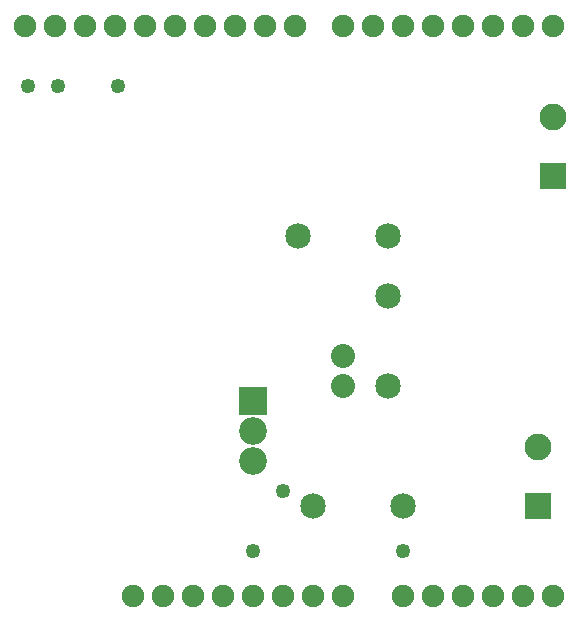
<source format=gts>
G04 MADE WITH FRITZING*
G04 WWW.FRITZING.ORG*
G04 DOUBLE SIDED*
G04 HOLES PLATED*
G04 CONTOUR ON CENTER OF CONTOUR VECTOR*
%ASAXBY*%
%FSLAX23Y23*%
%MOIN*%
%OFA0B0*%
%SFA1.0B1.0*%
%ADD10C,0.049370*%
%ADD11C,0.089370*%
%ADD12C,0.075278*%
%ADD13C,0.092000*%
%ADD14C,0.085000*%
%ADD15C,0.080000*%
%ADD16R,0.089370X0.089370*%
%ADD17R,0.092000X0.092000*%
%LNMASK1*%
G90*
G70*
G54D10*
X899Y252D03*
X1399Y252D03*
X1000Y453D03*
X249Y1802D03*
X149Y1802D03*
X449Y1802D03*
G54D11*
X1849Y402D03*
X1849Y599D03*
X1899Y1502D03*
X1899Y1699D03*
G54D12*
X1499Y102D03*
X1599Y102D03*
X1699Y102D03*
X1799Y102D03*
X1899Y102D03*
X1039Y2002D03*
X939Y2002D03*
X839Y2002D03*
X739Y2002D03*
X639Y2002D03*
X539Y2002D03*
X439Y2002D03*
X339Y2002D03*
X239Y2002D03*
X139Y2002D03*
X1899Y2002D03*
X1799Y2002D03*
X1699Y2002D03*
X1599Y2002D03*
X1499Y2002D03*
X1399Y2002D03*
X1299Y2002D03*
X1199Y2002D03*
X599Y102D03*
X499Y102D03*
X699Y102D03*
X799Y102D03*
X899Y102D03*
X999Y102D03*
X1099Y102D03*
X1199Y102D03*
X1399Y102D03*
G54D13*
X899Y752D03*
X899Y652D03*
X899Y552D03*
G54D14*
X1099Y402D03*
X1399Y402D03*
X1349Y802D03*
X1349Y1102D03*
X1349Y1302D03*
X1049Y1302D03*
G54D15*
X1199Y902D03*
X1199Y802D03*
G54D16*
X1849Y402D03*
X1899Y1502D03*
G54D17*
X899Y752D03*
G04 End of Mask1*
M02*
</source>
